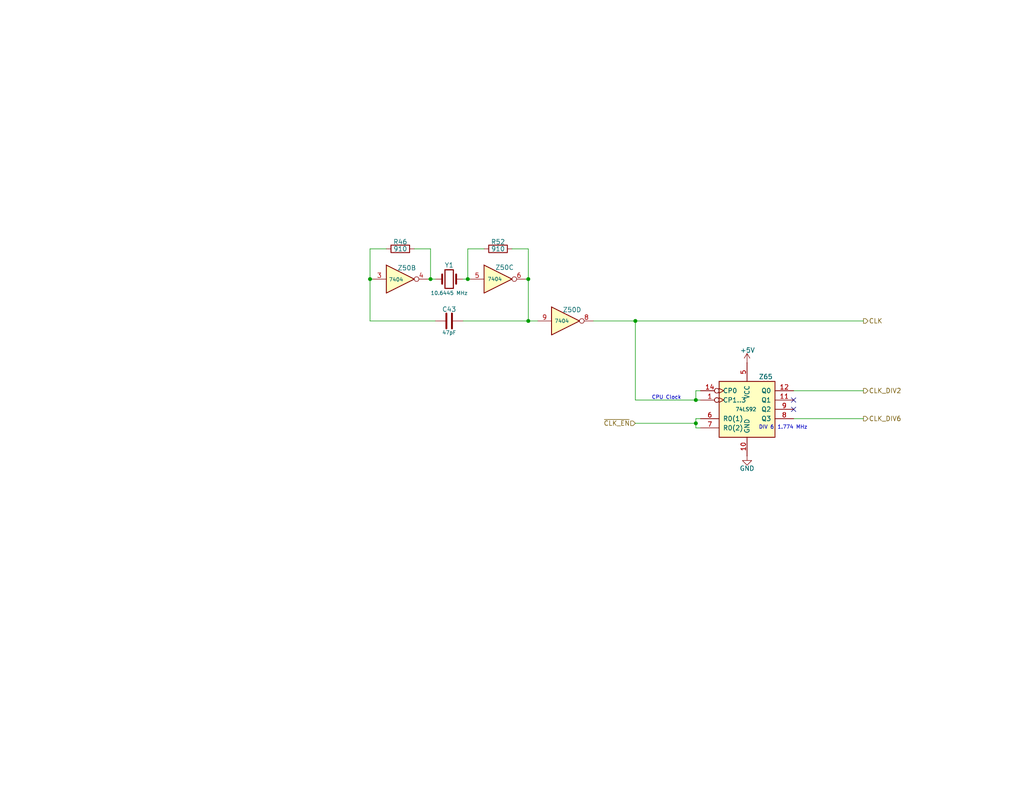
<source format=kicad_sch>
(kicad_sch (version 20250114) (generator "eeschema") (generator_version "9.0")
  (paper "USLetter")
  (title_block (title "TRS-80 Model I Rev HE11E011520") (date "2025-06-15") (rev "E1A") (company "RetroStack - Marcel Erz") (comment 4 "System Clock"))
  (lib_symbols
    (symbol "74xx:74LS92" (pin_names (offset 1.016))
      (property "Reference" "U" (at -7.62 8.89 0))
      (property "Value" "74LS92" (at -7.62 -8.89 0))
      (symbol "74LS92_1_0"
        (pin input inverted_clock (at -12.7 5.08 0) (length 5.08) (name "CP0") (number "14"))
        (pin input inverted_clock (at -12.7 2.54 0) (length 5.08) (name "CP1..3") (number "1"))
        (pin input line (at -12.7 -2.54 0) (length 5.08) (name "R0(1)") (number "6"))
        (pin input line (at -12.7 -5.08 0) (length 5.08) (name "R0(2)") (number "7"))
        (pin power_in line (at 0 12.7 270) (length 5.08) (name "VCC") (number "5"))
        (pin power_in line (at 0 -12.7 90) (length 5.08) (name "GND") (number "10"))
        (pin output line (at 12.7 5.08 180) (length 5.08) (name "Q0") (number "12"))
        (pin output line (at 12.7 2.54 180) (length 5.08) (name "Q1") (number "11"))
        (pin output line (at 12.7 0 180) (length 5.08) (name "Q2") (number "9"))
        (pin output line (at 12.7 -2.54 180) (length 5.08) (name "Q3") (number "8"))
      )
      (symbol "74LS92_1_1"
        (rectangle (start -7.62 7.62) (end 7.62 -7.62) (stroke (width 0.254)) (fill (type background)))
      )
    )
    (symbol "Device:C" (pin_numbers (hide yes)) (pin_names (offset 0.254))
      (property "Reference" "C" (at 0.635 2.54 0))
      (property "Value" "C" (at 0.635 -2.54 0))
      (symbol "C_0_1"
        (polyline (pts (xy -2.032 0.762) (xy 2.032 0.762)) (stroke (width 0.508)))
        (polyline (pts (xy -2.032 -0.762) (xy 2.032 -0.762)) (stroke (width 0.508)))
      )
      (symbol "C_1_1"
        (pin passive line (at 0 3.81 270) (length 2.794) (name "~") (number "1"))
        (pin passive line (at 0 -3.81 90) (length 2.794) (name "~") (number "2"))
      )
    )
    (symbol "Device:Crystal" (pin_numbers (hide yes)) (pin_names (offset 1.016) (hide yes))
      (property "Reference" "Y" (at 0 3.81 0))
      (property "Value" "Crystal" (at 0 -3.81 0))
      (symbol "Crystal_0_1"
        (polyline (pts (xy -2.54 0) (xy -1.905 0)))
        (polyline (pts (xy -1.905 -1.27) (xy -1.905 1.27)) (stroke (width 0.508)))
        (rectangle (start -1.143 2.54) (end 1.143 -2.54) (stroke (width 0.3048)))
        (polyline (pts (xy 1.905 -1.27) (xy 1.905 1.27)) (stroke (width 0.508)))
        (polyline (pts (xy 2.54 0) (xy 1.905 0)))
      )
      (symbol "Crystal_1_1"
        (pin passive line (at -3.81 0 0) (length 1.27) (name "1") (number "1"))
        (pin passive line (at 3.81 0 180) (length 1.27) (name "2") (number "2"))
      )
    )
    (symbol "Device:R" (pin_numbers (hide yes)) (pin_names (offset 0))
      (property "Reference" "R" (at 2.032 0 90))
      (property "Value" "R" (at 0 0 90))
      (symbol "R_0_1"
        (rectangle (start -1.016 -2.54) (end 1.016 2.54) (stroke (width 0.254)))
      )
      (symbol "R_1_1"
        (pin passive line (at 0 3.81 270) (length 1.27) (name "~") (number "1"))
        (pin passive line (at 0 -3.81 90) (length 1.27) (name "~") (number "2"))
      )
    )
    (symbol "RetroStackLibrary:7404"
      (property "Reference" "U" (at 0 1.27 0))
      (property "Value" "7404" (at 0 -1.27 0))
      (symbol "7404_1_0"
        (polyline (pts (xy -3.81 3.81) (xy -3.81 -3.81) (xy 3.81 0) (xy -3.81 3.81)) (stroke (width 0.254)) (fill (type background)))
        (pin input line (at -7.62 0 0) (length 3.81) (name "~") (number "1"))
        (pin output inverted (at 7.62 0 180) (length 3.81) (name "~") (number "2"))
      )
      (symbol "7404_2_0"
        (polyline (pts (xy -3.81 3.81) (xy -3.81 -3.81) (xy 3.81 0) (xy -3.81 3.81)) (stroke (width 0.254)) (fill (type background)))
        (pin input line (at -7.62 0 0) (length 3.81) (name "~") (number "3"))
        (pin output inverted (at 7.62 0 180) (length 3.81) (name "~") (number "4"))
      )
      (symbol "7404_3_0"
        (polyline (pts (xy -3.81 3.81) (xy -3.81 -3.81) (xy 3.81 0) (xy -3.81 3.81)) (stroke (width 0.254)) (fill (type background)))
        (pin input line (at -7.62 0 0) (length 3.81) (name "~") (number "5"))
        (pin output inverted (at 7.62 0 180) (length 3.81) (name "~") (number "6"))
      )
      (symbol "7404_4_0"
        (polyline (pts (xy -3.81 3.81) (xy -3.81 -3.81) (xy 3.81 0) (xy -3.81 3.81)) (stroke (width 0.254)) (fill (type background)))
        (pin input line (at -7.62 0 0) (length 3.81) (name "~") (number "9"))
        (pin output inverted (at 7.62 0 180) (length 3.81) (name "~") (number "8"))
      )
      (symbol "7404_5_0"
        (polyline (pts (xy -3.81 3.81) (xy -3.81 -3.81) (xy 3.81 0) (xy -3.81 3.81)) (stroke (width 0.254)) (fill (type background)))
        (pin input line (at -7.62 0 0) (length 3.81) (name "~") (number "11"))
        (pin output inverted (at 7.62 0 180) (length 3.81) (name "~") (number "10"))
      )
      (symbol "7404_6_0"
        (polyline (pts (xy -3.81 3.81) (xy -3.81 -3.81) (xy 3.81 0) (xy -3.81 3.81)) (stroke (width 0.254)) (fill (type background)))
        (pin input line (at -7.62 0 0) (length 3.81) (name "~") (number "13"))
        (pin output inverted (at 7.62 0 180) (length 3.81) (name "~") (number "12"))
      )
      (symbol "7404_7_0"
        (pin power_in line (at 0 12.7 270) (length 5.08) (name "VCC") (number "14"))
        (pin power_in line (at 0 -12.7 90) (length 5.08) (name "GND") (number "7"))
      )
      (symbol "7404_7_1"
        (rectangle (start -5.08 7.62) (end 5.08 -7.62) (stroke (width 0.254)) (fill (type background)))
      )
    )
    (symbol "power:+5V" (power) (pin_numbers (hide yes)) (pin_names (offset 0) (hide yes))
      (property "Value" "+5V" (at 0 3.556 0))
      (symbol "+5V_0_1"
        (polyline (pts (xy -0.762 1.27) (xy 0 2.54)))
        (polyline (pts (xy 0 2.54) (xy 0.762 1.27)))
        (polyline (pts (xy 0 0) (xy 0 2.54)))
      )
      (symbol "+5V_1_1"
        (pin power_in line (at 0 0 90) (length 0) (name "~") (number "1"))
      )
    )
    (symbol "power:GND" (power) (pin_numbers (hide yes)) (pin_names (offset 0) (hide yes))
      (property "Value" "GND" (at 0 -3.81 0))
      (symbol "GND_0_1"
        (polyline (pts (xy 0 0) (xy 0 -1.27) (xy 1.27 -1.27) (xy 0 -2.54) (xy -1.27 -1.27) (xy 0 -1.27)))
      )
      (symbol "GND_1_1"
        (pin power_in line (at 0 0 270) (length 0) (name "~") (number "1"))
      )
    )
  )
  (text "CPU Clock" (at 177.8 109.22 0) (effects (font (size 1 1)) (justify left bottom)))
  (text "DIV 6" (at 207.01 117.348 0) (effects (font (size 1 1)) (justify left bottom)))
  (text "1.774 MHz" (at 212.09 117.348 0) (effects (font (size 1 1)) (justify left bottom)))
  (junction (at 127.635 76.2))
  (junction (at 100.965 76.2))
  (junction (at 189.865 109.22))
  (junction (at 189.865 115.57))
  (junction (at 117.475 76.2))
  (junction (at 173.355 87.63))
  (junction (at 144.145 87.63))
  (junction (at 144.145 76.2))
  (no_connect (at 216.535 111.76))
  (no_connect (at 216.535 109.22))
  (wire (pts (xy 189.865 109.22) (xy 191.135 109.22)))
  (wire (pts (xy 173.355 109.22) (xy 189.865 109.22)))
  (wire (pts (xy 143.51 76.2) (xy 144.145 76.2)))
  (wire (pts (xy 189.865 115.57) (xy 189.865 116.84)))
  (wire (pts (xy 100.965 67.945) (xy 105.41 67.945)))
  (wire (pts (xy 126.365 76.2) (xy 127.635 76.2)))
  (wire (pts (xy 216.535 114.3) (xy 235.585 114.3)))
  (wire (pts (xy 173.355 87.63) (xy 235.585 87.63)))
  (wire (pts (xy 189.865 114.3) (xy 189.865 115.57)))
  (wire (pts (xy 216.535 106.68) (xy 235.585 106.68)))
  (wire (pts (xy 144.145 76.2) (xy 144.145 67.945)))
  (wire (pts (xy 144.145 87.63) (xy 144.145 76.2)))
  (wire (pts (xy 173.355 115.57) (xy 189.865 115.57)))
  (wire (pts (xy 113.03 67.945) (xy 117.475 67.945)))
  (wire (pts (xy 189.865 114.3) (xy 191.135 114.3)))
  (wire (pts (xy 126.365 87.63) (xy 144.145 87.63)))
  (wire (pts (xy 117.475 76.2) (xy 118.745 76.2)))
  (wire (pts (xy 173.355 87.63) (xy 161.925 87.63)))
  (wire (pts (xy 189.865 106.68) (xy 189.865 109.22)))
  (wire (pts (xy 127.635 67.945) (xy 127.635 76.2)))
  (wire (pts (xy 191.135 116.84) (xy 189.865 116.84)))
  (wire (pts (xy 127.635 76.2) (xy 128.27 76.2)))
  (wire (pts (xy 139.7 67.945) (xy 144.145 67.945)))
  (wire (pts (xy 132.08 67.945) (xy 127.635 67.945)))
  (wire (pts (xy 100.965 87.63) (xy 100.965 76.2)))
  (wire (pts (xy 116.84 76.2) (xy 117.475 76.2)))
  (wire (pts (xy 146.685 87.63) (xy 144.145 87.63)))
  (wire (pts (xy 173.355 87.63) (xy 173.355 109.22)))
  (wire (pts (xy 117.475 67.945) (xy 117.475 76.2)))
  (wire (pts (xy 191.135 106.68) (xy 189.865 106.68)))
  (wire (pts (xy 101.6 76.2) (xy 100.965 76.2)))
  (wire (pts (xy 100.965 76.2) (xy 100.965 67.945)))
  (wire (pts (xy 118.745 87.63) (xy 100.965 87.63)))
  (hierarchical_label "~{CLK_EN}" (shape input) (at 173.355 115.57 180))
  (hierarchical_label "CLK" (shape output) (at 235.585 87.63 0))
  (hierarchical_label "CLK_DIV2" (shape output) (at 235.585 106.68 0))
  (hierarchical_label "CLK_DIV6" (shape output) (at 235.585 114.3 0))
  (symbol (lib_id "Device:R") (at 135.89 67.945 90) (unit 1)
    (property "Reference" "R56" (at 135.89 66.04 90))
    (property "Value" "910" (at 135.89 67.945 90))
    (property "Footprint" "Library:TRS80_Model_I_R_0.25W_Jap" (effects (hide yes)))
    (instances (project "Replica" (path "" (reference "R52") (unit 1))) (project "TRS80_Model_I_G_E1" (path "" (reference "R56") (unit 1))))
  )
  (symbol (lib_id "RetroStackLibrary:7404") (at 135.89 76.2 0) (unit 3)
    (property "Reference" "Z50" (at 137.668 73.025 0))
    (property "Value" "7404" (at 135.001 76.2 0) (effects (font (size 1 1))))
    (property "Footprint" "Library:TRS80_Model_I_DIP14_Jap" (effects (hide yes)))
    (property "Datasheet" "http://www.ti.com/lit/gpn/sn74LS04" (effects (hide yes)))
    (property "Description" "Hex Inverter" (effects (hide yes)))
  )
  (symbol (lib_id "power:+5V") (at 203.835 99.06 0) (unit 1)
    (property "Reference" "#PWR05" (effects (hide yes)))
    (property "Value" "+5V" (at 203.962 95.631 0))
    (property "Description" "Power symbol creates a global label with name \"+5V\"" (effects (hide yes)))
  )
  (symbol (lib_id "RetroStackLibrary:7404") (at 154.305 87.63 0) (unit 4)
    (property "Reference" "Z50" (at 156.083 84.582 0))
    (property "Value" "7404" (at 153.289 87.63 0) (effects (font (size 1 1))))
    (property "Footprint" "Library:TRS80_Model_I_DIP14_Jap" (effects (hide yes)))
    (property "Datasheet" "http://www.ti.com/lit/gpn/sn74LS04" (effects (hide yes)))
    (property "Description" "Hex Inverter" (effects (hide yes)))
  )
  (symbol (lib_id "74xx:74LS92") (at 203.835 111.76 0) (unit 1)
    (property "Reference" "Z65" (at 207.01 102.87 0) (effects (justify left)))
    (property "Value" "74LS92" (at 200.66 111.76 0) (effects (font (size 1 1)) (justify left)))
    (property "Footprint" "Library:TRS80_Model_I_DIP14_Jap" (effects (hide yes)))
    (property "Datasheet" "http://www.ti.com/lit/gpn/sn74LS92" (effects (hide yes)))
  )
  (symbol (lib_id "Device:Crystal") (at 122.555 76.2 0) (unit 1)
    (property "Reference" "Y1" (at 122.555 72.39 0))
    (property "Value" "10.6445 MHz" (at 122.555 80.01 0) (effects (font (size 1 1))))
    (property "Footprint" "Library:TRS80_Model_I_Crystal_Jap" (effects (hide yes)))
  )
  (symbol (lib_id "power:GND") (at 203.835 124.46 0) (unit 1)
    (property "Reference" "#PWR015" (effects (hide yes)))
    (property "Value" "GND" (at 203.835 127.889 0))
    (property "Description" "Power symbol creates a global label with name \"GND\" , ground" (effects (hide yes)))
  )
  (symbol (lib_id "RetroStackLibrary:7404") (at 109.22 76.2 0) (unit 2)
    (property "Reference" "Z50" (at 110.998 73.152 0))
    (property "Value" "7404" (at 108.077 76.327 0) (effects (font (size 1 1))))
    (property "Footprint" "Library:TRS80_Model_I_DIP14_Jap" (effects (hide yes)))
    (property "Datasheet" "http://www.ti.com/lit/gpn/sn74LS04" (effects (hide yes)))
    (property "Description" "Hex Inverter" (effects (hide yes)))
  )
  (symbol (lib_id "Device:R") (at 109.22 67.945 90) (unit 1)
    (property "Reference" "R57" (at 109.22 66.04 90))
    (property "Value" "910" (at 109.22 67.945 90))
    (property "Footprint" "Library:TRS80_Model_I_R_0.25W_Jap" (effects (hide yes)))
    (instances (project "Replica" (path "" (reference "R46") (unit 1))) (project "TRS80_Model_I_G_E1" (path "" (reference "R57") (unit 1))))
  )
  (symbol (lib_id "Device:C") (at 122.555 87.63 90) (unit 1)
    (property "Reference" "C60" (at 122.555 84.455 90))
    (property "Value" "47pF" (at 122.555 90.805 90) (effects (font (size 1 1))))
    (property "Footprint" "Library:TRS80_Model_I_C_Disc_9.5L_4W_6P_Jap" (effects (hide yes)))
    (instances (project "Replica" (path "" (reference "C43") (unit 1))) (project "TRS80_Model_I_G_E1" (path "" (reference "C60") (unit 1))))
  )
)
</source>
